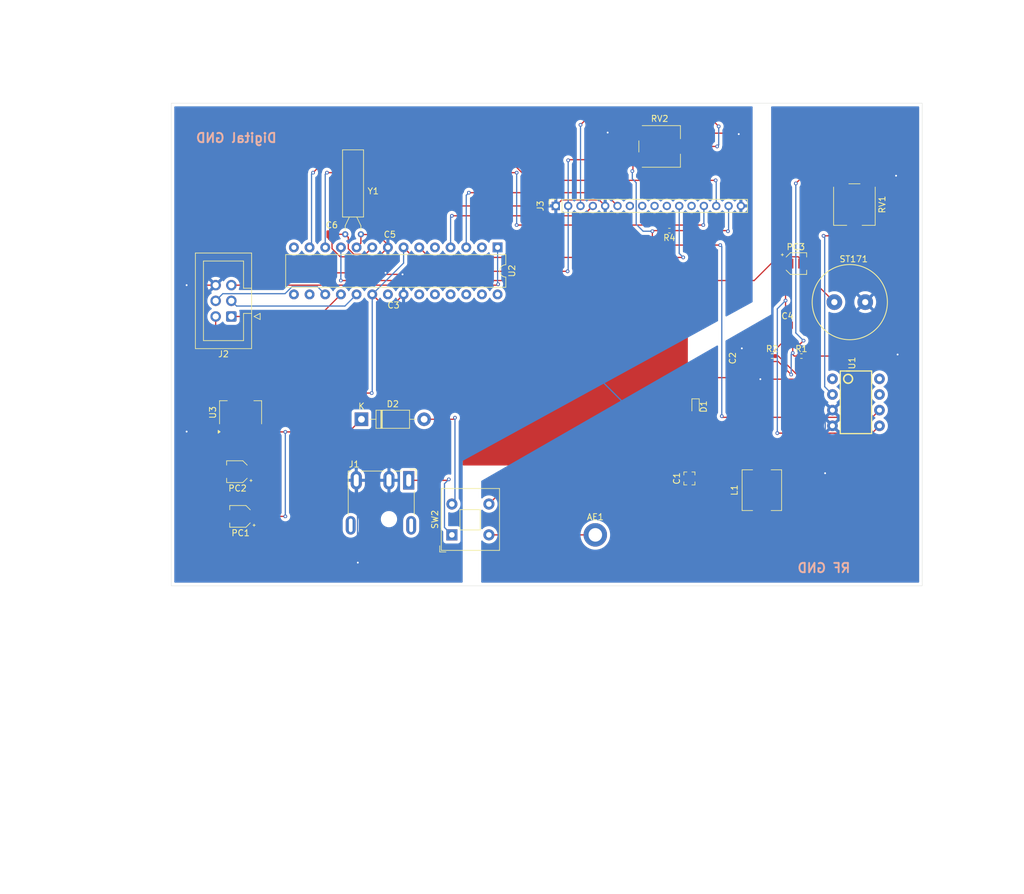
<source format=kicad_pcb>
(kicad_pcb (version 20240108) (generator "pcbnew") (generator_version "8.0")
  (layers (0 "F.Cu" signal) (31 "B.Cu" signal) (34 "B.Paste" user) (35 "F.Paste" user) (36 "B.SilkS" user "B.Silkscreen") (37 "F.SilkS" user "F.Silkscreen") (38 "B.Mask" user) (39 "F.Mask" user) (44 "Edge.Cuts" user))
  (net 0 "")
  (net 1 "Net-(AE1-A)")
  (net 2 "Net-(C1-Pad1)")
  (net 3 "GND")
  (net 4 "Net-(D1-K)")
  (net 5 "MISO")
  (net 6 "Net-(C4-Pad2)")
  (net 7 "Net-(C4-Pad1)")
  (net 8 "Net-(U2-XTAL2{slash}PB7)")
  (net 9 "Net-(U2-XTAL1{slash}PB6)")
  (net 10 "Net-(D2-K)")
  (net 11 "Net-(D2-A)")
  (net 12 "Net-(J1-Pad1)")
  (net 13 "SCK")
  (net 14 "RST")
  (net 15 "MOSI")
  (net 16 "FreqRead Input")
  (net 17 "Vcc")
  (net 21 "Net-(J3-RS)")
  (net 22 "Net-(J3-DB7)")
  (net 23 "Net-(J3-A)")
  (net 24 "Net-(J3-DB6)")
  (net 25 "Net-(J3-E)")
  (net 26 "Net-(J3-DB4)")
  (net 29 "Net-(J3-VO)")
  (net 30 "Net-(U1--)")
  (footprint "Button_Switch_THT:SW_Push_2P1T_Toggle_CK_PVA1xxH1xxxxxxV2" (layer "F.Cu") (at 129.75 132 90)
    (property "Reference" "SW2" (at 2.5 -2.75 90) (layer "F.SilkS"))
    (property "Value" "SW_DPST")
    (pad "1" thru_hole rect (at 0 0 90) (size 1.8 1.8) (drill 0.9) (layers "*.Cu" "*.Mask") (net 12 "Net-(J1-Pad1)"))
    (pad "2" thru_hole circle (at 5 0 90) (size 1.8 1.8) (drill 0.9) (layers "*.Cu" "*.Mask") (net 11 "Net-(D2-A)"))
    (pad "3" thru_hole circle (at 0 6 90) (size 1.8 1.8) (drill 0.9) (layers "*.Cu" "*.Mask") (net 1 "Net-(AE1-A)"))
    (pad "4" thru_hole circle (at 5 6 90) (size 1.8 1.8) (drill 0.9) (layers "*.Cu" "*.Mask") (net 2 "Net-(C1-Pad1)"))
  )
  (footprint "Capacitor_SMD:CP_Elec_3x5.3" (layer "F.Cu") (at 185.5 88)
    (property "Reference" "PC3" (at 0 -2.7 0) (layer "F.SilkS"))
    (property "Value" "250u")
    (pad "1" smd rect (at -1.5 0) (size 2.2 1.6) (layers "F.Cu" "F.Paste" "F.Mask") (net 7 "Net-(C4-Pad1)"))
    (pad "2" smd rect (at 1.5 0) (size 2.2 1.6) (layers "F.Cu" "F.Paste" "F.Mask") (net 16 "FreqRead Input"))
  )
  (footprint "Capacitor_SMD:C_Trimmer_Murata_TZR1" (layer "F.Cu") (at 168.25 122.85 90)
    (property "Reference" "C1" (at 0 -2.05 90) (layer "F.SilkS"))
    (property "Value" "12-120 pF")
    (pad "1" smd rect (at -0.85 0 90) (size 0.5 0.5) (layers "F.Cu" "F.Paste" "F.Mask") (net 2 "Net-(C1-Pad1)"))
    (pad "2" smd rect (at 0.85 0 90) (size 0.5 0.5) (layers "F.Cu" "F.Paste" "F.Mask") (net 3 "GND"))
  )
  (footprint "Resistor_SMD:R_0402_1005Metric" (layer "F.Cu") (at 186.405 103)
    (property "Reference" "R1" (at 0 -1.17 0) (layer "F.SilkS"))
    (property "Value" "100k")
    (pad "1" smd roundrect (at -0.51 0) (size 0.54 0.64) (layers "F.Cu" "F.Paste" "F.Mask") (net 4 "Net-(D1-K)"))
    (pad "2" smd roundrect (at 0.51 0) (size 0.54 0.64) (layers "F.Cu" "F.Paste" "F.Mask") (net 3 "GND"))
  )
  (footprint "MountingHole:MountingHole_2.2mm_M2_DIN965_Pad" (layer "F.Cu") (at 153 132)
    (property "Reference" "AE1" (at 0 -2.9 0) (layer "F.SilkS"))
    (property "Value" "Antenna")
    (pad "1" thru_hole circle (at 0 0) (size 3.8 3.8) (drill 2.2) (layers "*.Cu" "*.Mask") (net 1 "Net-(AE1-A)"))
  )
  (footprint "Package_TO_SOT_SMD:SOT-223-3_TabPin2" (layer "F.Cu") (at 95.5 112.15 90)
    (property "Reference" "U3" (at 0 -4.5 90) (layer "F.SilkS"))
    (property "Value" "NCP1117-5.0_SOT223")
    (pad "1" smd roundrect (at -3.15 -2.3 90) (size 2 1.5) (layers "F.Cu" "F.Paste" "F.Mask") (net 3 "GND"))
    (pad "2" smd roundrect (at -3.15 0 90) (size 2 1.5) (layers "F.Cu" "F.Paste" "F.Mask") (net 17 "Vcc"))
    (pad "2" smd roundrect (at 3.15 0 90) (size 2 3.8) (layers "F.Cu" "F.Paste" "F.Mask") (net 17 "Vcc"))
    (pad "3" smd roundrect (at -3.15 2.3 90) (size 2 1.5) (layers "F.Cu" "F.Paste" "F.Mask") (net 10 "Net-(D2-K)"))
  )
  (footprint "Inductor_SMD:L_6.3x6.3_H3" (layer "F.Cu") (at 180 124.75 90)
    (property "Reference" "L1" (at 0 -4.45 90) (layer "F.SilkS"))
    (property "Value" "700u")
    (pad "1" smd rect (at -2.75 0 90) (size 1.5 2.4) (layers "F.Cu" "F.Paste" "F.Mask") (net 2 "Net-(C1-Pad1)"))
    (pad "2" smd rect (at 2.75 0 90) (size 1.5 2.4) (layers "F.Cu" "F.Paste" "F.Mask") (net 3 "GND"))
  )
  (footprint "Resistor_SMD:R_0402_1005Metric" (layer "F.Cu") (at 165.005 82.65 180)
    (property "Reference" "R4" (at 0 -1.17 180) (layer "F.SilkS"))
    (property "Value" "220")
    (pad "1" smd roundrect (at -0.51 0 180) (size 0.54 0.64) (layers "F.Cu" "F.Paste" "F.Mask") (net 23 "Net-(J3-A)"))
    (pad "2" smd roundrect (at 0.51 0 180) (size 0.54 0.64) (layers "F.Cu" "F.Paste" "F.Mask") (net 17 "Vcc"))
  )
  (footprint "Connector_IDC:IDC-Header_2x03_P2.54mm_Vertical" (layer "F.Cu") (at 94 96.58 180)
    (property "Reference" "J2" (at 1.27 -6.1 0) (layer "F.SilkS"))
    (property "Value" "AVR-ISP-6")
    (pad "1" thru_hole roundrect (at 0 0 180) (size 1.7 1.7) (drill 1) (layers "*.Cu" "*.Mask") (roundrect_rratio 0.147059) (net 5 "MISO"))
    (pad "2" thru_hole circle (at 2.54 0 180) (size 1.7 1.7) (drill 1) (layers "*.Cu" "*.Mask") (net 17 "Vcc"))
    (pad "3" thru_hole circle (at 0 2.54 180) (size 1.7 1.7) (drill 1) (layers "*.Cu" "*.Mask") (net 13 "SCK"))
    (pad "4" thru_hole circle (at 2.54 2.54 180) (size 1.7 1.7) (drill 1) (layers "*.Cu" "*.Mask") (net 15 "MOSI"))
    (pad "5" thru_hole circle (at 0 5.08 180) (size 1.7 1.7) (drill 1) (layers "*.Cu" "*.Mask") (net 14 "RST"))
    (pad "6" thru_hole circle (at 2.54 5.08 180) (size 1.7 1.7) (drill 1) (layers "*.Cu" "*.Mask") (net 3 "GND"))
  )
  (footprint "Capacitor_SMD:C_0504_1310Metric" (layer "F.Cu") (at 184.155 98)
    (property "Reference" "C4" (at 0 -1.49 0) (layer "F.SilkS"))
    (property "Value" ".05u")
    (pad "1" smd roundrect (at -0.54 0) (size 0.66 1.28) (layers "F.Cu" "F.Paste" "F.Mask") (net 7 "Net-(C4-Pad1)"))
    (pad "2" smd roundrect (at 0.54 0) (size 0.66 1.28) (layers "F.Cu" "F.Paste" "F.Mask") (net 6 "Net-(C4-Pad2)"))
  )
  (footprint "Capacitor_SMD:C_0504_1310Metric" (layer "F.Cu") (at 176.75 103.345 90)
    (property "Reference" "C2" (at 0 -1.49 90) (layer "F.SilkS"))
    (property "Value" "4.7n")
    (pad "1" smd roundrect (at -0.54 0 90) (size 0.66 1.28) (layers "F.Cu" "F.Paste" "F.Mask") (net 4 "Net-(D1-K)"))
    (pad "2" smd roundrect (at 0.54 0 90) (size 0.66 1.28) (layers "F.Cu" "F.Paste" "F.Mask") (net 3 "GND"))
  )
  (footprint "Capacitor_SMD:C_0504_1310Metric" (layer "F.Cu") (at 110.29 83.25)
    (property "Reference" "C6" (at 0 -1.49 0) (layer "F.SilkS"))
    (property "Value" "220p")
    (pad "1" smd roundrect (at -0.54 0) (size 0.66 1.28) (layers "F.Cu" "F.Paste" "F.Mask") (net 3 "GND"))
    (pad "2" smd roundrect (at 0.54 0) (size 0.66 1.28) (layers "F.Cu" "F.Paste" "F.Mask") (net 9 "Net-(U2-XTAL1{slash}PB6)"))
  )
  (footprint "Potentiometer_SMD:Potentiometer_ACP_CA6-VSMD_Vertical" (layer "F.Cu") (at 195 78.425 -90)
    (property "Reference" "RV1" (at 0 -4.5 90) (layer "F.SilkS"))
    (property "Value" "10K Pot")
    (pad "1" smd rect (at -4.325 2.15 270) (size 2.5 2) (layers "F.Cu" "F.Paste" "F.Mask") (net 4 "Net-(D1-K)"))
    (pad "2" smd rect (at 4.325 0 270) (size 2.5 2) (layers "F.Cu" "F.Paste" "F.Mask") (net 30 "Net-(U1--)"))
    (pad "3" smd rect (at -4.325 -2.15 270) (size 2.5 2) (layers "F.Cu" "F.Paste" "F.Mask") (net 3 "GND"))
  )
  (footprint "Potentiometer_SMD:Potentiometer_ACP_CA6-VSMD_Vertical" (layer "F.Cu") (at 163.425 69)
    (property "Reference" "RV2" (at 0 -4.5 0) (layer "F.SilkS"))
    (property "Value" "10K Pot")
    (pad "1" smd rect (at -4.325 2.15) (size 2.5 2) (layers "F.Cu" "F.Paste" "F.Mask") (net 17 "Vcc"))
    (pad "2" smd rect (at 4.325 0) (size 2.5 2) (layers "F.Cu" "F.Paste" "F.Mask") (net 29 "Net-(J3-VO)"))
    (pad "3" smd rect (at -4.325 -2.15) (size 2.5 2) (layers "F.Cu" "F.Paste" "F.Mask") (net 3 "GND"))
  )
  (footprint "LM386:DIP08" (layer "F.Cu") (at 195.25 110.5 -90)
    (property "Reference" "U1" (at -6.35929 0.63592 90) (layer "F.SilkS") (effects (font (size 1.001465 1.001465))))
    (property "Value" "LM386")
    (pad "1" thru_hole circle (at -3.81 3.81 270) (size 1.7272 1.7272) (drill 0.8128) (layers "*.Cu" "*.Mask"))
    (pad "2" thru_hole circle (at -1.27 3.81 270) (size 1.7272 1.7272) (drill 0.8128) (layers "*.Cu" "*.Mask") (net 30 "Net-(U1--)"))
    (pad "3" thru_hole circle (at 1.27 3.81 270) (size 1.7272 1.7272) (drill 0.8128) (layers "*.Cu" "*.Mask") (net 3 "GND"))
    (pad "4" thru_hole circle (at 3.81 3.81 270) (size 1.7272 1.7272) (drill 0.8128) (layers "*.Cu" "*.Mask") (net 3 "GND"))
    (pad "5" thru_hole circle (at 3.81 -3.81 270) (size 1.7272 1.7272) (drill 0.8128) (layers "*.Cu" "*.Mask") (net 7 "Net-(C4-Pad1)"))
    (pad "6" thru_hole circle (at 1.27 -3.81 270) (size 1.7272 1.7272) (drill 0.8128) (layers "*.Cu" "*.Mask") (net 17 "Vcc"))
    (pad "7" thru_hole circle (at -1.27 -3.81 270) (size 1.7272 1.7272) (drill 0.8128) (layers "*.Cu" "*.Mask"))
    (pad "8" thru_hole circle (at -3.81 -3.81 270) (size 1.7272 1.7272) (drill 0.8128) (layers "*.Cu" "*.Mask"))
  )
  (footprint "Resistor_SMD:R_0402_1005Metric" (layer "F.Cu") (at 181.655 103)
    (property "Reference" "R2" (at 0 -1.17 0) (layer "F.SilkS"))
    (property "Value" "10")
    (pad "1" smd roundrect (at -0.51 0) (size 0.54 0.64) (layers "F.Cu" "F.Paste" "F.Mask") (net 6 "Net-(C4-Pad2)"))
    (pad "2" smd roundrect (at 0.51 0) (size 0.54 0.64) (layers "F.Cu" "F.Paste" "F.Mask") (net 3 "GND"))
  )
  (footprint "Connector_PinSocket_2.00mm:PinSocket_1x16_P2.00mm_Vertical" (layer "F.Cu") (at 146.6 78.65 90)
    (property "Reference" "J3" (at 0 -2.5 90) (layer "F.SilkS"))
    (property "Value" "HD44780 16x2 LCD")
    (pad "1" thru_hole rect (at 0 0 90) (size 1.35 1.35) (drill 0.8) (layers "*.Cu" "*.Mask") (net 3 "GND"))
    (pad "2" thru_hole oval (at 0 2 90) (size 1.35 1.35) (drill 0.8) (layers "*.Cu" "*.Mask") (net 17 "Vcc"))
    (pad "3" thru_hole oval (at 0 4 90) (size 1.35 1.35) (drill 0.8) (layers "*.Cu" "*.Mask") (net 29 "Net-(J3-VO)"))
    (pad "4" thru_hole oval (at 0 6 90) (size 1.35 1.35) (drill 0.8) (layers "*.Cu" "*.Mask") (net 21 "Net-(J3-RS)"))
    (pad "5" thru_hole oval (at 0 8 90) (size 1.35 1.35) (drill 0.8) (layers "*.Cu" "*.Mask") (net 3 "GND"))
    (pad "6" thru_hole oval (at 0 10 90) (size 1.35 1.35) (drill 0.8) (layers "*.Cu" "*.Mask") (net 25 "Net-(J3-E)"))
    (pad "7" thru_hole oval (at 0 12 90) (size 1.35 1.35) (drill 0.8) (layers "*.Cu" "*.Mask"))
    (pad "8" thru_hole oval (at 0 14 90) (size 1.35 1.35) (drill 0.8) (layers "*.Cu" "*.Mask"))
    (pad "9" thru_hole oval (at 0 16 90) (size 1.35 1.35) (drill 0.8) (layers "*.Cu" "*.Mask"))
    (pad "10" thru_hole oval (at 0 18 90) (size 1.35 1.35) (drill 0.8) (layers "*.Cu" "*.Mask"))
    (pad "11" thru_hole oval (at 0 20 90) (size 1.35 1.35) (drill 0.8) (layers "*.Cu" "*.Mask") (net 26 "Net-(J3-DB4)"))
    (pad "12" thru_hole oval (at 0 22 90) (size 1.35 1.35) (drill 0.8) (layers "*.Cu" "*.Mask"))
    (pad "13" thru_hole oval (at 0 24 90) (size 1.35 1.35) (drill 0.8) (layers "*.Cu" "*.Mask") (net 24 "Net-(J3-DB6)"))
    (pad "14" thru_hole oval (at 0 26 90) (size 1.35 1.35) (drill 0.8) (layers "*.Cu" "*.Mask") (net 22 "Net-(J3-DB7)"))
    (pad "15" thru_hole oval (at 0 28 90) (size 1.35 1.35) (drill 0.8) (layers "*.Cu" "*.Mask") (net 23 "Net-(J3-A)"))
    (pad "16" thru_hole oval (at 0 30 90) (size 1.35 1.35) (drill 0.8) (layers "*.Cu" "*.Mask") (net 3 "GND"))
  )
  (footprint "Capacitor_SMD:CP_Elec_3x5.3" (layer "F.Cu") (at 95.5 129 180)
    (property "Reference" "PC1" (at 0 -2.7 0) (layer "F.SilkS"))
    (property "Value" "47u")
    (pad "1" smd rect (at -1.5 0 180) (size 2.2 1.6) (layers "F.Cu" "F.Paste" "F.Mask") (net 10 "Net-(D2-K)"))
    (pad "2" smd rect (at 1.5 0 180) (size 2.2 1.6) (layers "F.Cu" "F.Paste" "F.Mask") (net 3 "GND"))
  )
  (footprint "Diode_SMD:D_SOD-523" (layer "F.Cu") (at 169.25 111.2 -90)
    (property "Reference" "D1" (at 0 -1.3 90) (layer "F.SilkS"))
    (property "Value" "1N4148WT")
    (pad "1" smd roundrect (at -0.7 0 90) (size 0.6 0.7) (layers "F.Cu" "F.Paste" "F.Mask") (net 4 "Net-(D1-K)"))
    (pad "2" smd roundrect (at 0.7 0 90) (size 0.6 0.7) (layers "F.Cu" "F.Paste" "F.Mask") (net 3 "GND"))
  )
  (footprint "Capacitor_SMD:C_0504_1310Metric" (layer "F.Cu") (at 117.153125 83.284333 180)
    (property "Reference" "C5" (at -2.54 0 0) (layer "F.SilkS"))
    (property "Value" "220p")
    (pad "1" smd roundrect (at -0.54 0 180) (size 0.66 1.28) (layers "F.Cu" "F.Paste" "F.Mask") (net 3 "GND"))
    (pad "2" smd roundrect (at 0.54 0 180) (size 0.66 1.28) (layers "F.Cu" "F.Paste" "F.Mask") (net 8 "Net-(U2-XTAL2{slash}PB7)"))
  )
  (footprint "SPEAKER:PS12" (layer "F.Cu") (at 194.25 94.25)
    (property "Reference" "ST171" (at 0.635 -6.985 0) (layer "F.SilkS"))
    (property "Value" "Speaker")
    (pad "P$1" thru_hole circle (at -2.5 0) (size 2.54 2.54) (drill 1) (layers "*.Cu" "*.Mask") (net 16 "FreqRead Input"))
    (pad "P$2" thru_hole circle (at 2.5 0) (size 2.54 2.54) (drill 1) (layers "*.Cu" "*.Mask") (net 3 "GND"))
  )
  (footprint "Crystal:Crystal_AT310_D3.0mm_L10.0mm_Horizontal" (layer "F.Cu") (at 115 83.25 180)
    (property "Reference" "Y1" (at -2 7 180) (layer "F.SilkS"))
    (property "Value" "16MHz")
    (pad "1" thru_hole circle (at 0 0 180) (size 1 1) (drill 0.5) (layers "*.Cu" "*.Mask") (net 8 "Net-(U2-XTAL2{slash}PB7)"))
    (pad "2" thru_hole circle (at 2.54 0 180) (size 1 1) (drill 0.5) (layers "*.Cu" "*.Mask") (net 9 "Net-(U2-XTAL1{slash}PB6)"))
  )
  (footprint "Package_DIP:DIP-28_W7.62mm" (layer "F.Cu") (at 137.16 85.38 -90)
    (property "Reference" "U2" (at 3.81 -2.33 90) (layer "F.SilkS"))
    (property "Value" "ATmega328-P")
    (pad "1" thru_hole rect (at 0 0 270) (size 1.6 1.6) (drill 0.8) (layers "*.Cu" "*.Mask") (net 14 "RST"))
    (pad "2" thru_hole oval (at 0 2.54 270) (size 1.6 1.6) (drill 0.8) (layers "*.Cu" "*.Mask"))
    (pad "3" thru_hole oval (at 0 5.08 270) (size 1.6 1.6) (drill 0.8) (layers "*.Cu" "*.Mask") (net 25 "Net-(J3-E)"))
    (pad "4" thru_hole oval (at 0 7.62 270) (size 1.6 1.6) (drill 0.8) (layers "*.Cu" "*.Mask") (net 21 "Net-(J3-RS)"))
    (pad "5" thru_hole oval (at 0 10.16 270) (size 1.6 1.6) (drill 0.8) (layers "*.Cu" "*.Mask"))
    (pad "6" thru_hole oval (at 0 12.7 270) (size 1.6 1.6) (drill 0.8) (layers "*.Cu" "*.Mask") (net 26 "Net-(J3-DB4)"))
    (pad "7" thru_hole oval (at 0 15.24 270) (size 1.6 1.6) (drill 0.8) (layers "*.Cu" "*.Mask") (net 17 "Vcc"))
    (pad "8" thru_hole oval (at 0 17.78 270) (size 1.6 1.6) (drill 0.8) (layers "*.Cu" "*.Mask") (net 3 "GND"))
    (pad "9" thru_hole oval (at 0 20.32 270) (size 1.6 1.6) (drill 0.8) (layers "*.Cu" "*.Mask") (net 9 "Net-(U2-XTAL1{slash}PB6)"))
    (pad "10" thru_hole oval (at 0 22.86 270) (size 1.6 1.6) (drill 0.8) (layers "*.Cu" "*.Mask") (net 8 "Net-(U2-XTAL2{slash}PB7)"))
    (pad "11" thru_hole oval (at 0 25.4 270) (size 1.6 1.6) (drill 0.8) (layers "*.Cu" "*.Mask") (net 16 "FreqRead Input"))
    (pad "12" thru_hole oval (at 0 27.94 270) (size 1.6 1.6) (drill 0.8) (layers "*.Cu" "*.Mask") (net 24 "Net-(J3-DB6)"))
    (pad "13" thru_hole oval (at 0 30.48 270) (size 1.6 1.6) (drill 0.8) (layers "*.Cu" "*.Mask") (net 22 "Net-(J3-DB7)"))
    (pad "14" thru_hole oval (at 0 33.02 270) (size 1.6 1.6) (drill 0.8) (layers "*.Cu" "*.Mask"))
    (pad "15" thru_hole oval (at 7.62 33.02 270) (size 1.6 1.6) (drill 0.8) (layers "*.Cu" "*.Mask"))
    (pad "16" thru_hole oval (at 7.62 30.48 270) (size 1.6 1.6) (drill 0.8) (layers "*.Cu" "*.Mask"))
    (pad "17" thru_hole oval (at 7.62 27.94 270) (size 1.6 1.6) (drill 0.8) (layers "*.Cu" "*.Mask") (net 15 "MOSI"))
    (pad "18" thru_hole oval (at 7.62 25.4 270) (size 1.6 1.6) (drill 0.8) (layers "*.Cu" "*.Mask") (net 5 "MISO"))
    (pad "19" thru_hole oval (at 7.62 22.86 270) (size 1.6 1.6) (drill 0.8) (layers "*.Cu" "*.Mask") (net 13 "SCK"))
    (pad "20" thru_hole oval (at 7.62 20.32 270) (size 1.6 1.6) (drill 0.8) (layers "*.Cu" "*.Mask") (net 17 "Vcc"))
    (pad "21" thru_hole oval (at 7.62 17.78 270) (size 1.6 1.6) (drill 0.8) (layers "*.Cu" "*.Mask"))
    (pad "22" thru_hole oval (at 7.62 15.24 270) (size 1.6 1.6) (drill 0.8) (layers "*.Cu" "*.Mask") (net 3 "GND"))
    (pad "23" thru_hole oval (at 7.62 12.7 270) (size 1.6 1.6) (drill 0.8) (layers "*.Cu" "*.Mask"))
    (pad "24" thru_hole oval (at 7.62 10.16 270) (size 1.6 1.6) (drill 0.8) (layers "*.Cu" "*.Mask"))
    (pad "25" thru_hole oval (at 7.62 7.62 270) (size 1.6 1.6) (drill 0.8) (layers "*.Cu" "*.Mask"))
    (pad "26" thru_hole oval (at 7.62 5.08 270) (size 1.6 1.6) (drill 0.8) (layers "*.Cu" "*.Mask"))
    (pad "27" thru_hole oval (at 7.62 2.54 270) (size 1.6 1.6) (drill 0.8) (layers "*.Cu" "*.Mask"))
    (pad "28" thru_hole oval (at 7.62 0 270) (size 1.6 1.6) (drill 0.8) (layers "*.Cu" "*.Mask"))
  )
  (footprint "Capacitor_SMD:CP_Elec_3x5.3" (layer "F.Cu") (at 95 121.75 180)
    (property "Reference" "PC2" (at 0 -2.7 0) (layer "F.SilkS"))
    (property "Value" "47u")
    (pad "1" smd rect (at -1.5 0 180) (size 2.2 1.6) (layers "F.Cu" "F.Paste" "F.Mask") (net 17 "Vcc"))
    (pad "2" smd rect (at 1.5 0 180) (size 2.2 1.6) (layers "F.Cu" "F.Paste" "F.Mask") (net 3 "GND"))
  )
  (footprint "Diode_THT:D_DO-41_SOD81_P10.16mm_Horizontal" (layer "F.Cu") (at 115.09 113.25)
    (property "Reference" "D2" (at 5.08 -2.47 0) (layer "F.SilkS"))
    (property "Value" "1N4007")
    (fp_text user "K" (at 0 -2.1 0) (layer "F.SilkS"))
    (pad "1" thru_hole rect (at 0 0) (size 2.2 2.2) (drill 1.1) (layers "*.Cu" "*.Mask") (net 10 "Net-(D2-K)"))
    (pad "2" thru_hole oval (at 10.16 0) (size 2.2 2.2) (drill 1.1) (layers "*.Cu" "*.Mask") (net 11 "Net-(D2-A)"))
  )
  (footprint "Connector_BarrelJack:BarrelJack_CUI_PJ-079BH_Horizontal" (layer "F.Cu") (at 122.75 123.15)
    (property "Reference" "J1" (at -9.8 -2.6 0) (layer "F.SilkS") (effects (justify left)))
    (property "Value" "Barrel_Jack_Switch")
    (pad "" np_thru_hole circle (at -3.2 6.3 180) (size 2.13 2.13) (drill 2.13) (layers "F&B.Cu" "*.Mask"))
    (pad "1" thru_hole rect (at 0 0 180) (size 1.8 3) (drill oval 0.8 2) (layers "*.Cu" "*.Mask") (net 12 "Net-(J1-Pad1)"))
    (pad "2" thru_hole oval (at -8.5 0 180) (size 1.8 3) (drill oval 0.8 2) (layers "*.Cu" "*.Mask") (net 3 "GND"))
    (pad "3" thru_hole oval (at -3.2 0 180) (size 1.8 3) (drill oval 0.8 2) (layers "*.Cu" "*.Mask") (net 3 "GND"))
    (pad "SH" thru_hole oval (at -9.4 7.3 180) (size 1.6 3) (drill oval 0.6 2.2) (layers "*.Cu" "*.Mask"))
    (pad "SH" thru_hole oval (at 0.4 7.3 180) (size 1.6 3) (drill oval 0.6 2.2) (layers "*.Cu" "*.Mask"))
  )
  (footprint "Capacitor_SMD:C_0504_1310Metric" (layer "F.Cu") (at 120.29 96.25)
    (property "Reference" "C3" (at 0 -1.49 0) (layer "F.SilkS"))
    (property "Value" "100n")
    (pad "1" smd roundrect (at -0.54 0) (size 0.66 1.28) (layers "F.Cu" "F.Paste" "F.Mask") (net 17 "Vcc"))
    (pad "2" smd roundrect (at 0.54 0) (size 0.66 1.28) (layers "F.Cu" "F.Paste" "F.Mask") (net 3 "GND"))
  )
  (gr_rect (start 84.25 62) (end 206 140.25) (stroke (width 0.05)) (fill none) (layer "Edge.Cuts"))
  (gr_text "Digital GND" (at 101.5 68.5 0) (layer "B.SilkS") (effects (font (size 1.5 1.5) (thickness 0.3) (bold yes)) (justify left bottom mirror)))
  (gr_text "RF GND" (at 194.5 138.25 0) (layer "B.SilkS") (effects (font (size 1.5 1.5) (thickness 0.3) (bold yes)) (justify left bottom mirror)))
  (segment (start 135.75 132) (end 152.75 132) (width 0.2) (layer "F.Cu") (net 1))
  (segment (start 135.75 127) (end 139.05 123.7) (width 0.2) (layer "F.Cu") (net 2))
  (segment (start 168.25 126.75) (end 168.25 123.7) (width 0.2) (layer "F.Cu") (net 2))
  (segment (start 139.05 123.7) (end 168.25 123.7) (width 0.2) (layer "F.Cu") (net 2))
  (segment (start 169 127.5) (end 168.25 126.75) (width 0.2) (layer "F.Cu") (net 2))
  (segment (start 180 127.5) (end 169 127.5) (width 0.2) (layer "F.Cu") (net 2))
  (segment (start 110.32 85.57) (end 110.32 84.57) (width 0.2) (layer "F.Cu") (net 3))
  (segment (start 182.67 103) (end 186.725 107.055) (width 0.2) (layer "F.Cu") (net 3))
  (segment (start 154.6 78.65) (end 153.625 77.675) (width 0.2) (layer "F.Cu") (net 3))
  (segment (start 176.75 103.025) (end 176.75 101.75) (width 0.2) (layer "F.Cu") (net 3))
  (segment (start 86.8 115.3) (end 93.2 115.3) (width 0.2) (layer "F.Cu") (net 3))
  (segment (start 191.44 111.77) (end 186.725 107.055) (width 0.2) (layer "F.Cu") (net 3))
  (segment (start 159.1 66.85) (end 176.1 66.85) (width 0.2) (layer "F.Cu") (net 3))
  (segment (start 94 122.25) (end 93.5 121.75) (width 0.2) (layer "F.Cu") (net 3))
  (segment (start 202 102.75) (end 201.75 103) (width 0.2) (layer "F.Cu") (net 3))
  (segment (start 94 129) (end 94 122.25) (width 0.2) (layer "F.Cu") (net 3))
  (segment (start 119.38 84.971208) (end 119.38 85.38) (width 0.2) (layer "F.Cu") (net 3))
  (segment (start 153.625 77.675) (end 147.575 77.675) (width 0.2) (layer "F.Cu") (net 3))
  (segment (start 119.38 80.62) (end 121.35 78.65) (width 0.2) (layer "F.Cu") (net 3))
  (segment (start 114.5 136.5) (end 91.75 136.5) (width 0.2) (layer "F.Cu") (net 3))
  (segment (start 117.86 86.9) (end 111.65 86.9) (width 0.2) (layer "F.Cu") (net 3))
  (segment (start 155.1 66.85) (end 155 66.75) (width 0.2) (layer "F.Cu") (net 3))
  (segment (start 91.46 91.5) (end 93.46 89.5) (width 0.2) (layer "F.Cu") (net 3))
  (segment (start 91.75 129) (end 94 129) (width 0.2) (layer "F.Cu") (net 3))
  (segment (start 120.61 96.25) (end 120.61 94.31) (width 0.2) (layer "F.Cu") (net 3))
  (segment (start 109.75 84) (end 109.75 83.25) (width 0.2) (layer "F.Cu") (net 3))
  (segment (start 119.38 85.38) (end 117.86 86.9) (width 0.2) (layer "F.Cu") (net 3))
  (segment (start 110.32 84.57) (end 109.75 84) (width 0.2) (layer "F.Cu") (net 3))
  (segment (start 120.61 94.31) (end 121.92 93) (width 0.2) (layer "F.Cu") (net 3))
  (segment (start 186.725 103) (end 186.725 107.055) (width 0.2) (layer "F.Cu") (net 3))
  (segment (start 91.46 91.5) (end 86.75 91.5) (width 0.2) (layer "F.Cu") (net 3))
  (segment (start 159.1 66.85) (end 155.1 66.85) (width 0.2) (layer "F.Cu") (net 3))
  (segment (start 186.42 106.75) (end 186.725 107.055) (width 0.2) (layer "F.Cu") (net 3))
  (segment (start 176.1 66.85) (end 176.25 67) (width 0.2) (layer "F.Cu") (net 3))
  (segment (start 91.75 136.5) (end 91.75 129) (width 0.2) (layer "F.Cu") (net 3))
  (segment (start 86.75 115.25) (end 86.8 115.3) (width 0.2) (layer "F.Cu") (net 3))
  (segment (start 179.75 106.75) (end 186.42 106.75) (width 0.2) (layer "F.Cu") (net 3))
  (segment (start 121.35 78.65) (end 146.6 78.65) (width 0.2) (layer "F.Cu") (net 3))
  (segment (start 201.75 73.75) (end 201.4 74.1) (width 0.2) (layer "F.Cu") (net 3))
  (segment (start 181.975 103) (end 182.67 103) (width 0.2) (layer "F.Cu") (net 3))
  (segment (start 169.25 111.9) (end 169.25 121) (width 0.2) (layer "F.Cu") (net 3))
  (segment (start 119.25 89.75) (end 119 89.5) (width 0.2) (layer "F.Cu") (net 3))
  (segment (start 117.693125 83.284333) (end 119.38 84.971208) (width 0.2) (layer "F.Cu") (net 3))
  (segment (start 147.575 77.675) (end 146.6 78.65) (width 0.2) (layer "F.Cu") (net 3))
  (segment (start 201.75 103) (end 186.725 103) (width 0.2) (layer "F.Cu") (net 3))
  (segment (start 93.5 115.6) (end 93.2 115.3) (width 0.2) (layer "F.Cu") (net 3))
  (segment (start 93.5 121.75) (end 93.5 115.6) (width 0.2) (layer "F.Cu") (net 3))
  (segment (start 119.38 85.38) (end 119.38 80.62) (width 0.2) (layer "F.Cu") (net 3))
  (segment (start 93.46 89.5) (end 119 89.5) (width 0.2) (layer "F.Cu") (net 3))
  (segment (start 111.65 86.9) (end 110.32 85.57) (width 0.2) (layer "F.Cu") (net 3))
  (segment (start 201.4 74.1) (end 197.15 74.1) (width 0.2) (layer "F.Cu") (net 3))
  (segment (start 180 122) (end 168.25 122) (width 0.2) (layer "F.Cu") (net 3))
  (segment (start 190.25 122) (end 180 122) (width 0.2) (layer "F.Cu") (net 3))
  (segment (start 121.75 89.75) (end 119.25 89.75) (width 0.2) (layer "F.Cu") (net 3))
  (segment (start 169.25 121) (end 168.25 122) (width 0.2) (layer "F.Cu") (net 3))
  (via (at 121.75 89.75) (size 0.6) (drill 0.3) (layers "F.Cu" "B.Cu") (net 3))
  (via (at 179.75 106.75) (size 0.6) (drill 0.3) (layers "F.Cu" "B.Cu") (net 3))
  (via (at 190.25 122) (size 0.6) (drill 0.3) (layers "F.Cu" "B.Cu") (net 3))
  (via (at 176.25 67) (size 0.6) (drill 0.3) (layers "F.Cu" "B.Cu") (net 3))
  (via (at 155 66.75) (size 0.6) (drill 0.3) (layers "F.Cu" "B.Cu") (net 3))
  (via (at 176.75 101.75) (size 0.6) (drill 0.3) (layers "F.Cu" "B.Cu") (net 3))
  (via (at 202 102.75) (size 0.6) (drill 0.3) (layers "F.Cu" "B.Cu") (net 3))
  (via (at 201.75 73.75) (size 0.6) (drill 0.3) (layers "F.Cu" "B.Cu") (net 3))
  (via (at 86.75 115.25) (size 0.6) (drill 0.3) (layers "F.Cu" "B.Cu") (net 3))
  (via (at 119 89.5) (size 0.6) (drill 0.3) (layers "F.Cu" "B.Cu") (net 3))
  (via (at 114.5 136.5) (size 0.6) (drill 0.3) (layers "F.Cu" "B.Cu") (net 3))
  (via (at 86.75 91.5) (size 0.6) (drill 0.3) (layers "F.Cu" "B.Cu") (net 3))
  (segment (start 119.38 89.12) (end 119.38 85.38) (width 0.2) (layer "B.Cu") (net 3))
  (segment (start 190.25 122) (end 190.2764 121.9736) (width 0.2) (layer "B.Cu") (net 3))
  (segment (start 121.92 93) (end 121.92 89.92) (width 0.2) (layer "B.Cu") (net 3))
  (segment (start 179.75 104.75) (end 179.75 106.75) (width 0.2) (layer "B.Cu") (net 3))
  (segment (start 176.75 101.75) (end 179.75 104.75) (width 0.2) (layer "B.Cu") (net 3))
  (segment (start 176.25 67) (end 176.6 67.35) (width 0.2) (layer "B.Cu") (net 3))
  (segment (start 114.45 123.35) (end 114.45 136.45) (width 0.2) (layer "B.Cu") (net 3))
  (segment (start 121.92 89.92) (end 121.75 89.75) (width 0.2) (layer "B.Cu") (net 3))
  (segment (start 153 106) (end 158.75 111.75) (width 0.2) (layer "B.Cu") (net 3))
  (segment (start 176.6 67.35) (end 176.6 78.65) (width 0.2) (layer "B.Cu") (net 3))
  (segment (start 114.25 123.15) (end 119.55 123.15) (width 0.2) (layer "B.Cu") (net 3))
  (segment (start 119 89.5) (end 119.38 89.12) (width 0.2) (layer "B.Cu") (net 3))
  (segment (start 190.2764 121.9736) (end 190.2764 112.9336) (width 0.2) (layer "B.Cu") (net 3))
  (segment (start 155 66.75) (end 154.6 67.15) (width 0.2) (layer "B.Cu") (net 3))
  (segment (start 154.6 67.15) (end 154.6 78.65) (width 0.2) (layer "B.Cu") (net 3))
  (segment (start 202 102.75) (end 202 74) (width 0.2) (layer "B.Cu") (net 3))
  (segment (start 202 74) (end 201.75 73.75) (width 0.2) (layer "B.Cu") (net 3))
  (segment (start 190.2764 112.9336) (end 191.44 111.77) (width 0.2) (layer "B.Cu") (net 3))
  (segment (start 114.25 123.15) (end 114.45 123.35) (width 0.2) (layer "B.Cu") (net 3))
  (segment (start 114.45 136.45) (end 114.5 136.5) (width 0.2) (layer "B.Cu") (net 3))
  (segment (start 86.75 91.5) (end 86.75 115.25) (width 0.2) (layer "B.Cu") (net 3))
  (segment (start 176.75 103.885) (end 182.635 103.885) (width 0.2) (layer "F.Cu") (net 4))
  (segment (start 169.25 110.5) (end 169.25 107) (width 0.2) (layer "F.Cu") (net 4))
  (segment (start 176.75 106.5) (end 176.75 103.665) (width 0.2) (layer "F.Cu") (net 4))
  (segment (start 186.25 101) (end 185 101) (width 0.2) (layer "F.Cu") (net 4))
  (segment (start 182.635 103.885) (end 184.75 106) (width 0.2) (layer "F.Cu") (net 4))
  (segment (start 185 101) (end 185 102.5) (width 0.2) (layer "F.Cu") (net 4))
  (segment (start 185.25 103) (end 186.085 103) (width 0.2) (layer "F.Cu") (net 4))
  (segment (start 186.75 100.5) (end 186.25 101) (width 0.2) (layer "F.Cu") (net 4))
  (segment (start 169.25 107) (end 169.75 106.5) (width 0.2) (layer "F.Cu") (net 4))
  (segment (start 185 102.5) (end 185 102.75) (width 0.2) (layer "F.Cu") (net 4))
  (segment (start 186.4 74.1) (end 185.5 75) (width 0.2) (layer "F.Cu") (net 4))
  (segment (start 192.85 74.1) (end 186.4 74.1) (width 0.2) (layer "F.Cu") (net 4))
  (segment (start 185 102.75) (end 185.25 103) (width 0.2) (layer "F.Cu") (net 4))
  (segment (start 169.75 106.5) (end 176.75 106.5) (width 0.2) (layer "F.Cu") (net 4))
  (via (at 185 102.5) (size 0.6) (drill 0.3) (layers "F.Cu" "B.Cu") (net 4))
  (via (at 186.75 100.5) (size 0.6) (drill 0.3) (layers "F.Cu" "B.Cu") (net 4))
  (via (at 184.75 106) (size 0.6) (drill 0.3) (layers "F.Cu" "B.Cu") (net 4))
  (via (at 185.5 75) (size 0.6) (drill 0.3) (layers "F.Cu" "B.Cu") (net 4))
  (segment (start 185.5 99.25) (end 186.75 100.5) (width 0.2) (layer "B.Cu") (net 4))
  (segment (start 184.75 106) (end 184.75 102.75) (width 0.2) (layer "B.Cu") (net 4))
  (segment (start 184.75 102.75) (end 185 102.5) (width 0.2) (layer "B.Cu") (net 4))
  (segment (start 185.5 75) (end 185.5 99.25) (width 0.2) (layer "B.Cu") (net 4))
  (segment (start 108.18 96.58) (end 111.76 93) (width 0.2) (layer "F.Cu") (net 5))
  (segment (start 94 96.58) (end 108.18 96.58) (width 0.2) (layer "F.Cu") (net 5))
  (segment (start 181.335 103) (end 181.335 102.800001) (width 0.2) (layer "F.Cu") (net 6))
  (segment (start 184.475 99.660001) (end 184.475 98) (width 0.2) (layer "F.Cu") (net 6))
  (segment (start 181.335 102.800001) (end 184.475 99.660001) (width 0.2) (layer "F.Cu") (net 6))
  (segment (start 199.06 114.31) (end 197.87 115.5) (width 0.2) (layer "F.Cu") (net 7))
  (segment (start 183.835 88.165) (end 183.835 94) (width 0.2) (layer "F.Cu") (net 7))
  (segment (start 197.87 115.5) (end 182.5 115.5) (width 0.2) (layer "F.Cu") (net 7))
  (segment (start 183.835 94) (end 183.835 98) (width 0.2) (layer "F.Cu") (net 7))
  (segment (start 184 88) (end 183.835 88.165) (width 0.2) (layer "F.Cu") (net 7))
  (via (at 182.5 115.5) (size 0.6) (drill 0.3) (layers "F.Cu" "B.Cu") (net 7))
  (via (at 183.835 94) (size 0.6) (drill 0.3) (layers "F.Cu" "B.Cu") (net 7))
  (segment (start 182.5 115.5) (end 182.5 95.335) (width 0.2) (layer "B.Cu") (net 7))
  (segment (start 182.5 95.335) (end 183.835 94) (width 0.2) (layer "B.Cu") (net 7))
  (segment (start 115 83.25) (end 115 84.68) (width 0.2) (layer "F.Cu") (net 8))
  (segment (start 116.613125 83.284333) (end 115.034333 83.284333) (width 0.2) (layer "F.Cu") (net 8))
  (segment (start 115 84.68) (end 114.3 85.38) (width 0.2) (layer "F.Cu") (net 8))
  (segment (start 115.034333 83.284333) (end 115 83.25) (width 0.2) (layer "F.Cu") (net 8))
  (segment (start 115.72 86.5) (end 116.84 85.38) (width 0.2) (layer "F.Cu") (net 9))
  (segment (start 112.959999 83.749999) (end 112.959999 85.595634) (width 0.2) (layer "F.Cu") (net 9))
  (segment (start 110.83 83.25) (end 112.46 83.25) (width 0.2) (layer "F.Cu") (net 9))
  (segment (start 112.959999 85.595634) (end 113.864365 86.5) (width 0.2) (layer "F.Cu") (net 9))
  (segment (start 113.864365 86.5) (end 115.72 86.5) (width 0.2) (layer "F.Cu") (net 9))
  (segment (start 112.46 83.25) (end 112.959999 83.749999) (width 0.2) (layer "F.Cu") (net 9))
  (segment (start 97.8 115.3) (end 102.75 115.3) (width 0.2) (layer "F.Cu") (net 10))
  (segment (start 113.04 115.3) (end 115.09 113.25) (width 0.2) (layer "F.Cu") (net 10))
  (segment (start 102.75 129) (end 97 129) (width 0.2) (layer "F.Cu") (net 10))
  (segment (start 102.75 115.3) (end 113.04 115.3) (width 0.2) (layer "F.Cu") (net 10))
  (via (at 102.75 115.3) (size 0.6) (drill 0.3) (layers "F.Cu" "B.Cu") (net 10))
  (via (at 102.75 129) (size 0.6) (drill 0.3) (layers "F.Cu" "B.Cu") (net 10))
  (segment (start 102.75 115.3) (end 102.75 129) (width 0.2) (layer "B.Cu") (net 10))
  (segment (start 130 113.25) (end 125.25 113.25) (width 0.2) (layer "F.Cu") (net 11))
  (segment (start 130.25 113) (end 130 113.25) (width 0.2) (layer "F.Cu") (net 11))
  (via (at 130.25 113) (size 0.6) (drill 0.3) (layers "F.Cu" "B.Cu") (net 11))
  (segment (start 130.25 126.5) (end 130.25 113) (width 0.2) (layer "B.Cu") (net 11))
  (segment (start 129.75 127) (end 130.25 126.5) (width 0.2) (layer "B.Cu") (net 11))
  (segment (start 122.75 123.15) (end 129.1 123.15) (width 0.2) (layer "F.Cu") (net 12))
  (segment (start 129.1 123.15) (end 129.25 123) (width 0.2) (layer "F.Cu") (net 12))
  (via (at 129.25 123) (size 0.6) (drill 0.3) (layers "F.Cu" "B.Cu") (net 12))
  (segment (start 129.25 123) (end 128.55 123.7) (width 0.2) (layer "B.Cu") (net 12))
  (segment (start 128.55 123.7) (end 128.55 130.8) (width 0.2) (layer "B.Cu") (net 12))
  (segment (start 128.55 130.8) (end 129.75 132) (width 0.2) (layer "B.Cu") (net 12))
  (segment (start 94 94.04) (end 94.85 94.89) (width 0.2) (layer "B.Cu") (net 13))
  (segment (start 94.85 94.89) (end 112.41 94.89) (width 0.2) (layer "B.Cu") (net 13))
  (segment (start 112.41 94.89) (end 114.3 93) (width 0.2) (layer "B.Cu") (net 13))
  (segment (start 137.1 91.5) (end 137.25 91.35) (width 0.2) (layer "F.Cu") (net 14))
  (segment (start 94 91.5) (end 137.1 91.5) (width 0.2) (layer "F.Cu") (net 14))
  (via (at 137.25 91.35) (size 0.6) (drill 0.3) (layers "F.Cu" "B.Cu") (net 14))
  (segment (start 137.16 91.26) (end 137.16 85.38) (width 0.2) (layer "B.Cu") (net 14))
  (segment (start 137.25 91.35) (end 137.16 91.26) (width 0.2) (layer "B.Cu") (net 14))
  (segment (start 92.61 92.89) (end 102.694365 92.89) (width 0.2) (layer "B.Cu") (net 15))
  (segment (start 91.46 94.04) (end 92.61 92.89) (width 0.2) (layer "B.Cu") (net 15))
  (segment (start 102.694365 92.89) (end 103.834365 91.75) (width 0.2) (layer "B.Cu") (net 15))
  (segment (start 103.834365 91.75) (end 107.97 91.75) (width 0.2) (layer "B.Cu") (net 15))
  (segment (start 107.97 91.75) (end 109.22 93) (width 0.2) (layer "B.Cu") (net 15))
  (segment (start 187 88) (end 187 89.5) (width 0.2) (layer "F.Cu") (net 16))
  (segment (start 178.75 90.75) (end 111.75 90.75) (width 0.2) (layer "F.Cu") (net 16))
  (segment (start 187 89.5) (end 191.75 94.25) (width 0.2) (layer "F.Cu") (net 16))
  (segment (start 185.9 86.9) (end 182.6 86.9) (width 0.2) (layer "F.Cu") (net 16))
  (segment (start 182.6 86.9) (end 178.75 90.75) (width 0.2) (layer "F.Cu") (net 16))
  (segment (start 187 88) (end 185.9 86.9) (width 0.2) (layer "F.Cu") (net 16))
  (via (at 111.75 90.75) (size 0.6) (drill 0.3) (layers "F.Cu" "B.Cu") (net 16))
  (segment (start 111.75 90) (end 111.76 89.99) (width 0.2) (layer "B.Cu") (net 16))
  (segment (start 111.75 90.75) (end 111.75 90) (width 0.2) (layer "B.Cu") (net 16))
  (segment (start 111.76 89.99) (end 111.76 85.38) (width 0.2) (layer "B.Cu") (net 16))
  (segment (start 148.7 71.15) (end 159.1 71.15) (width 0.2) (layer "F.Cu") (net 17))
  (segment (start 95.5 109) (end 116.75 109) (width 0.2) (layer "F.Cu") (net 17))
  (segment (start 148.6 71.25) (end 148.7 71.15) (width 0.2) (layer "F.Cu") (net 17))
  (segment (start 148.5 89.25) (end 125.79 89.25) (width 0.2) (layer "F.Cu") (net 17))
  (segment (start 159 73) (end 159.1 72.9) (width 0.2) (layer "F.Cu") (net 17))
  (segment (start 119.97 96.13) (end 116.84 93) (width 0.2) (layer "F.Cu") (net 17))
  (segment (start 95.5 115.3) (end 95.5 120.75) (width 0.2) (layer "F.Cu") (net 17))
  (segment (start 119.97 96.25) (end 119.97 96.13) (width 0.2) (layer "F.Cu") (net 17))
  (segment (start 159.1 72.9) (end 159.1 71.15) (width 0.2) (layer "F.Cu") (net 17))
  (segment (start 162.75 85) (end 173.25 85) (width 0.2) (layer "F.Cu") (net 17))
  (segment (start 162.25 84.5) (end 162.75 85) (width 0.2) (layer "F.Cu") (net 17))
  (segment (start 95.5 109) (end 95.5 115.3) (width 0.2) (layer "F.Cu") (net 17))
  (segment (start 197.8964 112.9336) (end 199.06 111.77) (width 0.2) (layer "F.Cu") (net 17))
  (segment (start 91.46 104.96) (end 95.5 109) (width 0.2) (layer "F.Cu") (net 17))
  (segment (start 162.35 82.65) (end 162.25 82.75) (width 0.2) (layer "F.Cu") (net 17))
  (segment (start 164.495 82.65) (end 162.35 82.65) (width 0.2) (layer "F.Cu") (net 17))
  (segment (start 91.46 96.58) (end 91.46 104.96) (width 0.2) (layer "F.Cu") (net 17))
  (segment (start 125.79 89.25) (end 121.92 85.38) (width 0.2) (layer "F.Cu") (net 17))
  (segment (start 162.25 82.75) (end 162.25 84.5) (width 0.2) (layer "F.Cu") (net 17))
  (segment (start 95.5 120.75) (end 96.5 121.75) (width 0.2) (layer "F.Cu") (net 17))
  (segment (start 173.6836 112.9336) (end 197.8964 112.9336) (width 0.2) (layer "F.Cu") (net 17))
  (segment (start 173.5 112.75) (end 173.6836 112.9336) (width 0.2) (layer "F.Cu") (net 17))
  (via (at 162.25 82.75) (size 0.6) (drill 0.3) (layers "F.Cu" "B.Cu") (net 17))
  (via (at 148.6 71.25) (size 0.6) (drill 0.3) (layers "F.Cu" "B.Cu") (net 17))
  (via (at 173.5 112.75) (size 0.6) (drill 0.3) (layers "F.Cu" "B.Cu") (net 17))
  (via (at 116.75 109) (size 0.6) (drill 0.3) (layers "F.Cu" "B.Cu") (net 17))
  (via (at 148.5 89.25) (size 0.6) (drill 0.3) (layers "F.Cu" "B.Cu") (net 17))
  (via (at 159 73) (size 0.6) (drill 0.3) (layers "F.Cu" "B.Cu") (net 17))
  (via (at 173.25 85) (size 0.6) (drill 0.3) (layers "F.Cu" "B.Cu") (net 17))
  (segment (start 148.6 89.15) (end 148.6 78.65) (width 0.2) (layer "B.Cu") (net 17))
  (segment (start 160.75 82.75) (end 162.25 82.75) (width 0.2) (layer "B.Cu") (net 17))
  (segment (start 159 74.25) (end 159.625 74.875) (width 0.2) (layer "B.Cu") (net 17))
  (segment (start 159 73) (end 159 74.25) (width 0.2) (layer "B.Cu") (net 17))
  (segment (start 148.6 71.25) (end 148.6 78.65) (width 0.2) (layer "B.Cu") (net 17))
  (segment (start 116.84 108.91) (end 116.84 93) (width 0.2) (layer "B.Cu") (net 17))
  (segment (start 116.75 109) (end 116.84 108.91) (width 0.2) (layer "B.Cu") (net 17))
  (segment (start 121.92 85.38) (end 121.92 87.92) (width 0.2) (layer "B.Cu") (net 17))
  (segment (start 159.625 74.875) (end 159.625 81.625) (width 0.2) (layer "B.Cu") (net 17))
  (segment (start 148.5 89.25) (end 148.6 89.15) (width 0.2) (layer "B.Cu") (net 17))
  (segment (start 121.92 87.92) (end 116.84 93) (width 0.2) (layer "B.Cu") (net 17))
  (segment (start 173.5 85.25) (end 173.25 85) (width 0.2) (layer "B.Cu") (net 17))
  (segment (start 159.625 81.625) (end 160.75 82.75) (width 0.2) (layer "B.Cu") (net 17))
  (segment (start 173.5 112.75) (end 173.5 85.25) (width 0.2) (layer "B.Cu") (net 17))
  (segment (start 129.75 80.25) (end 151 80.25) (width 0.2) (layer "F.Cu") (net 21))
  (segment (start 151 80.25) (end 152.6 78.65) (width 0.2) (layer "F.Cu") (net 21))
  (via (at 129.75 80.25) (size 0.6) (drill 0.3) (layers "F.Cu" "B.Cu") (net 21))
  (segment (start 129.54 85.38) (end 129.54 80.46) (width 0.2) (layer "B.Cu") (net 21))
  (segment (start 129.54 80.46) (end 129.75 80.25) (width 0.2) (layer "B.Cu") (net 21))
  (segment (start 142.348529 74.5) (end 140.098529 72.25) (width 0.2) (layer "F.Cu") (net 22))
  (segment (start 106.68 85.35) (end 106.68 85.38) (width 0.2) (layer "F.Cu") (net 22))
  (segment (start 140.098529 72.25) (end 108.25 72.25) (width 0.2) (layer "F.Cu") (net 22))
  (segment (start 172.5 74.5) (end 142.348529 74.5) (width 0.2) (layer "F.Cu") (net 22))
  (segment (start 108.25 72.25) (end 107.25 73.25) (width 0.2) (layer "F.Cu") (net 22))
  (via (at 107.25 73.25) (size 0.6) (drill 0.3) (layers "F.Cu" "B.Cu") (net 22))
  (via (at 172.5 74.5) (size 0.6) (drill 0.3) (layers "F.Cu" "B.Cu") (net 22))
  (segment (start 107 73.5) (end 107 85.06) (width 0.2) (layer "B.Cu") (net 22))
  (segment (start 172.5 74.5) (end 172.6 74.6) (width 0.2) (layer "B.Cu") (net 22))
  (segment (start 107 85.06) (end 106.68 85.38) (width 0.2) (layer "B.Cu") (net 22))
  (segment (start 107.25 73.25) (end 107 73.5) (width 0.2) (layer "B.Cu") (net 22))
  (segment (start 172.6 74.6) (end 172.6 78.65) (width 0.2) (layer "B.Cu") (net 22))
  (segment (start 174.4 82.65) (end 165.325 82.65) (width 0.2) (layer "F.Cu") (net 23))
  (segment (start 174.5 82.75) (end 174.4 82.65) (width 0.2) (layer "F.Cu") (net 23))
  (via (at 174.5 82.75) (size 0.6) (drill 0.3) (layers "F.Cu" "B.Cu") (net 23))
  (segment (start 174.6 82.65) (end 174.6 78.65) (width 0.2) (layer "B.Cu") (net 23))
  (segment (start 174.5 82.75) (end 174.6 82.65) (width 0.2) (layer "B.Cu") (net 23))
  (segment (start 140.25 81.75) (end 170.5 81.75) (width 0.2) (layer "F.Cu") (net 24))
  (segment (start 109.5 73.25) (end 140.25 73.25) (width 0.2) (layer "F.Cu") (net 24))
  (via (at 170.5 81.75) (size 0.6) (drill 0.3) (layers "F.Cu" "B.Cu") (net 24))
  (via (at 140.25 73.25) (size 0.6) (drill 0.3) (layers "F.Cu" "B.Cu") (net 24))
  (via (at 140.25 81.75) (size 0.6) (drill 0.3) (layers "F.Cu" "B.Cu") (net 24))
  (via (at 109.5 73.25) (size 0.6) (drill 0.3) (layers "F.Cu" "B.Cu") (net 24))
  (segment (start 109.22 85.38) (end 109.22 73.53) (width 0.2) (layer "B.Cu") (net 24))
  (segment (start 109.22 73.53) (end 109.5 73.25) (width 0.2) (layer "B.Cu") (net 24))
  (segment (start 170.6 81.65) (end 170.6 78.65) (width 0.2) (layer "B.Cu") (net 24))
  (segment (start 140.25 81.75) (end 140.25 73.25) (width 0.2) (layer "B.Cu") (net 24))
  (segment (start 170.5 81.75) (end 170.6 81.65) (width 0.2) (layer "B.Cu") (net 24))
  (segment (start 154.45 76.5) (end 156.6 78.65) (width 0.2) (layer "F.Cu") (net 25))
  (segment (start 132.5 76.5) (end 154.45 76.5) (width 0.2) (layer "F.Cu") (net 25))
  (via (at 132.5 76.5) (size 0.6) (drill 0.3) (layers "F.Cu" "B.Cu") (net 25))
  (segment (start 132.08 85.38) (end 132.08 76.92) (width 0.2) (layer "B.Cu") (net 25))
  (segment (start 132.08 76.92) (end 132.5 76.5) (width 0.2) (layer "B.Cu") (net 25))
  (segment (start 124.46 85.38) (end 126.08 87) (width 0.2) (layer "F.Cu") (net 26))
  (segment (start 126.08 87) (end 167.25 87) (width 0.2) (layer "F.Cu") (net 26))
  (via (at 167.25 87) (size 0.6) (drill 0.3) (layers "F.Cu" "B.Cu") (net 26))
  (segment (start 166.6 86.35) (end 166.6 78.65) (width 0.2) (layer "B.Cu") (net 26))
  (segment (start 167.25 87) (end 166.6 86.35) (width 0.2) (layer "B.Cu") (net 26))
  (segment (start 173 65.75) (end 172 64.75) (width 0.2) (layer "F.Cu") (net 29))
  (segment (start 172.75 69) (end 167.75 69) (width 0.2) (layer "F.Cu") (net 29))
  (segment (start 151.35 64.75) (end 150.6 65.5) (width 0.2) (layer "F.Cu") (net 29))
  (segment (start 172 64.75) (end 151.35 64.75) (width 0.2) (layer "F.Cu") (net 29))
  (via (at 173 65.75) (size 0.6) (drill 0.3) (layers "F.Cu" "B.Cu") (net 29))
  (via (at 150.6 65.5) (size 0.6) (drill 0.3) (layers "F.Cu" "B.Cu") (net 29))
  (via (at 172.75 69) (size 0.6) (drill 0.3) (layers "F.Cu" "B.Cu") (net 29))
  (segment (start 150.6 65.5) (end 150.6 78.65) (width 0.2) (layer "B.Cu") (net 29))
  (segment (start 173 65.75) (end 173 68.75) (width 0.2) (layer "B.Cu") (net 29))
  (segment (start 173 68.75) (end 172.75 69) (width 0.2) (layer "B.Cu") (net 29))
  (segment (start 190.75 83.5) (end 191.5 82.75) (width 0.2) (layer "F.Cu") (net 30))
  (segment (start 190 83.5) (end 190.75 83.5) (width 0.2) (layer "F.Cu") (net 30))
  (segment (start 191.5 82.75) (end 195 82.75) (width 0.2) (layer "F.Cu") (net 30))
  (via (at 190 83.5) (size 0.6) (drill 0.3) (layers "F.Cu" "B.Cu") (net 30))
  (segment (start 191.44 109.23) (end 190.18 107.97) (width 0.2) (layer "B.Cu") (net 30))
  (segment (start 190.18 107.97) (end 190.18 83.68) (width 0.2) (layer "B.Cu") (net 30))
  (segment (start 190.18 83.68) (end 190 83.5) (width 0.2) (layer "B.Cu") (net 30))
  (zone (net 0) (net_name "") (layer "F.Cu") (priority 2) (connect_pads (clearance 0.5)) (min_thickness 0.25) (fill yes (thermal_gap 0.5) (thermal_bridge_width 0.5) (island_removal_mode 1) (island_area_min 10))
    (polygon (pts (xy 168 94.75) (xy 168 120.75) (xy 131.5 120.75) (xy 131.5 94.75)))
  )
  (zone (net 3) (net_name "GND") (layer "B.Cu") (priority 1) (connect_pads (clearance 0.5)) (min_thickness 0.25) (fill yes (thermal_gap 0.5) (thermal_bridge_width 0.5))
    (polygon (pts (xy 134.5 142.5) (xy 134.5 123.25) (xy 181.5 96.25) (xy 181.5 46) (xy 222.5 47.75) (xy 218.75 162.5) (xy 135 163)))
  )
  (zone (net 3) (net_name "GND") (layer "B.Cu") (connect_pads (clearance 0.5)) (min_thickness 0.25) (fill yes (thermal_gap 0.5) (thermal_bridge_width 0.5))
    (polygon (pts (xy 85 45.25) (xy 178.5 46) (xy 178.5 94.25) (xy 131.5 120) (xy 131.5 163.5) (xy 76.25 165) (xy 56.5 77.25) (xy 62.25 58.5)))
  )
)
</source>
